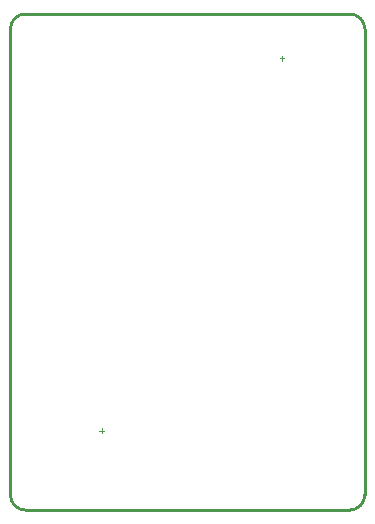
<source format=gm1>
G04*
G04 #@! TF.GenerationSoftware,Altium Limited,Altium Designer,18.1.7 (191)*
G04*
G04 Layer_Color=16711935*
%FSLAX44Y44*%
%MOMM*%
G71*
G01*
G75*
%ADD13C,0.2540*%
%ADD47C,0.1000*%
D13*
X287300Y0D02*
G03*
X300000Y12700I0J12700D01*
G01*
Y407300D02*
G03*
X287300Y420000I-12700J0D01*
G01*
X12700D02*
G03*
X0Y407300I0J-12700D01*
G01*
Y12700D02*
G03*
X12700Y0I12700J0D01*
G01*
X20000D02*
X280000D01*
X287300D01*
X300000Y12700D02*
Y20000D01*
Y407300D01*
X280000Y420000D02*
X287300D01*
X12700D02*
X280000D01*
X0Y400050D02*
Y407300D01*
Y12700D02*
Y400050D01*
X12700Y0D02*
X20000D01*
D47*
X77190Y65310D02*
Y69310D01*
X75190Y67310D02*
X79190D01*
X227819Y382550D02*
X231819D01*
X229818Y380550D02*
Y384550D01*
M02*

</source>
